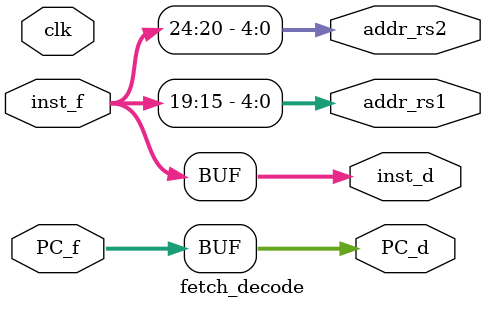
<source format=v>
module fetch_decode(
    input clk,
    input [31:0] inst_f,
    input [31:0] PC_f,

    output [31:0] PC_d,
    output [31:0] inst_d,
    output [4:0]addr_rs1,
    output [4:0]addr_rs2
);
    //this whole file was... deleted lmao
    //inst_d components
    
    // combinational decoding
    assign addr_rs1 = inst_d[19:15];
    assign addr_rs2 = inst_d[24:20];

    reg [31:0] PC_d;
    reg [31:0] inst_d;

    //change to posedge clk for pipelined
    always@(*) begin
        PC_d <= PC_f;
        inst_d <= inst_f;
    end


    // always@(*) begin
    //     //ROM inst_d decoder
    //     case(opcode)
    //         `LUI: begin
    //             // decode_uType();
    //             PCSel <= 1;//PC
    //             //BrUn <= 0; // X
    //             // ASel <= 1;
    //             // BSel <= 0;
    //             // ALUSel <= `LUIOP;
    //             MemRW <= 0;
    //             RegWE <= 1;
    //             WBSel <= `ALU;
    //         end
    //         `AUIPC: begin
    //             // decode_uType();
    //             PCSel <= 1; //PC+4
    //             //BrUn <= 0; // X
    //             // ASel <= 0;
    //             // BSel <= 0;
    //             // ALUSel <= `ADD;
    //             MemRW <= 0; // read
    //             RegWE <= 1;
    //             WBSel <= `ALU;
    //         end
    //         `JAL: begin 
    //             // decode_jType();
    //             PCSel <= 0; //ALU
    //             //BrUn <= 0; // X
    //             // ASel <= 0;
    //             // BSel <= 0;
    //             // ALUSel <= `JADD;
    //             MemRW <= 0; // read
    //             RegWE <= 1;
    //             WBSel <= `PC_NEXT;
    //         end
    //         `JALR: begin
    //             if (funct3 == 3'b000) begin
    //                 // decode_iType();
    //                 PCSel <= 0; //ALU
    //                 //BrUn <= 0; // X
    //                 // ASel <= 1;
    //                 // BSel <= 0;
    //                 // ALUSel <= `JADD;
    //                 MemRW <= 0; // read
    //                 RegWE <= 1;
    //                 WBSel <= `PC_NEXT;
                    
    //                 end
    //             else $display("Detected Unknown funct3: %0b of Type JALR at PC=%x", funct3, PC);
    //         end
    //         `BCC: begin // BRANCHES
    //             // decode_bType();
    //             // ASel <= 0;
    //             // BSel <= 0;
    //             // ALUSel <= `ADD;
    //             MemRW <= 0; // read
    //             RegWE <= 0;
    //             WBSel <= 0; // X
    //             case(funct3)
    //                 3'b000: begin // BEQ
    //                     // it may be adviseable to place //BrUn sets in their own logic block triggered on inst_d, then set this always block to trigger on //BrUn (or something that will switch)
    //                     //BrUn <= 0; // X
    //                     if(BrEq) PCSel <= 0; // ALU
    //                     else PCSel <= 1; // PC + 4
    //                 end
    //                 3'b001:  begin// BNE
    //                     //BrUn <= 0; // signed
    //                     if(BrEq) PCSel <= 1; // ALU
    //                     else  PCSel <= 0;
    //                  end
    //                 3'b100: begin // BLT
    //                     //BrUn <= 0; // signed
    //                     if(BrLt) PCSel <= 0; // PC+4
    //                     else PCSel <= 1;  //ALU
    //                 end
    //                 3'b101: begin // BGE
    //                     //BrUn <= 0; // signed
    //                     if(BrLt) PCSel <= 1; // PC+4
    //                     else PCSel <= 0;  //ALU
    //                 end
    //                 3'b110: begin // BLTU
    //                     //BrUn <= 1; // unsigned
    //                     if(BrLt) PCSel <= 0; // ALU
    //                     else PCSel <= 1; // PC + 4
    //                 end
    //                 3'b111: begin// BGEU
    //                     //BrUn <= 1; // unsigned
    //                     if(BrLt) PCSel <= 1; // PC+4
    //                     else PCSel <= 0;  //ALU
    //                 end  
    //                 default: $display("Error in the BCC Decode");
    //             endcase          
    //         end
            
    //         `LCC: begin // LOADS ---- Might need specific signal to tell memory how much to write
    //             decode_iType();
    //             // ctl signals are the same throughout
    //             PCSel <= 1; //PC + 4
    //             //BrUn <= 0; // X
    //             ASel <= 1;
    //             BSel <= 0;
    //             ALUSel <= `ADD;
    //             MemRW <= 0; // read
    //             RegWE <= 1;
    //             WBSel <= `MEM;
    //             // these need to create like a data width signal or smth, and a signed enable for memory to return the right shtuff (Next PD)
    //             case(funct3)
    //                 3'b000: begin // LB
    //                     access_size <= `BYTE;
    //                     RdUn <= 1'b0;
    //                 end
    //                 3'b001:begin // LH
    //                     access_size <=`HALFWORD;
    //                     RdUn <= 1'b0;
    //                 end
    //                 3'b010:begin // LW
    //                     access_size <=`WORD;
    //                     RdUn <= 1'b0;
    //                 end
    //                 3'b100:begin // LBU
    //                     access_size <= `BYTE;
    //                     RdUn <= 1'b1;
    //                 end
    //                 3'b101:begin // LHU
    //                     access_size <= `HALFWORD;
    //                     RdUn <= 1'b1;
    //                 end
    //                 default: $display("Error in the LCC Decode");
    //             endcase
    //         end
                
    //         `SCC: begin // STORES
    //             decode_sType();
    //             PCSel <= 1; //PC + 4
    //             //BrUn <= 0; // X
    //             ASel <= 1;
    //             BSel <= 0;
    //             ALUSel <= `ADD;
    //             MemRW <= 1; // write
    //             RegWE <= 0;
    //             WBSel <= `MEM;
    //             // these need to create like a data width signal or smth, and a signed enable for memory to return the right shtuff (Next PD)

    //             case(funct3)
    //                 3'b000: access_size <= `BYTE; //SB
    //                 3'b001: access_size <= `HALFWORD; //SH
    //                 3'b010: access_size <=`WORD; //SW
    //                 default: $display("Error in the SCC Decode");
    //             endcase
    //         end

    //         //we will always want to sign extend in MCC opcodes
    //         `MCC: begin
    //             decode_iType();
    //             PCSel <= 1; //PC + 4
    //             //BrUn <= 0; // X
    //             ASel <= 1;
    //             BSel <= 0; // imm
    //             MemRW <= 0; // READ
    //             RegWE <= 1;
    //             WBSel <= `ALU;

    //             case(funct3)
    //                 //I-Type cases
    //                 3'b000: begin // ADDI
                        
    //                     ALUSel <= `ADD;
    //                 end
    //                 3'b010: begin //SLTI
                        
    //                     ALUSel <= `SLT;
    //                 end
                     
    //                 3'b011: begin //SLTIU
    //                     // decode_iTypeUnsigned();
                        
    //                     ALUSel <= `SLTU;
    //                 end
    //                 3'b100: begin //XORI
                       
    //                     ALUSel <= `XOR;
    //                 end
    //                 3'b110: begin //ORI
                        
    //                     ALUSel <= `OR;
    //                 end
    //                 3'b111: begin //ANDI
                        
    //                     ALUSel <= `AND;
    //                 end
    //                 //R-Type cases
    //                 3'b001: begin // SLLI
                        
    //                     ALUSel <= `SLL;
    //                 end
    //                 3'b101: begin //SRLI/SRAI
    //                     if(funct7==7'b0000000) ALUSel <= `SRL; //SRLI
    //                     else if(funct7==7'b0100000) ALUSel <= `SRA; //SRAI
    //                     else $display("funct7 is malformed");
    //                 end
    //                 default: $display("Unknown MCC opcode: %b", opcode);
    //             endcase
                
    //         end
    //         `RCC: begin
    //             PCSel <= 1; //PC + 4
    //             //BrUn <= 0; // X
    //             ASel <= 1;
    //             BSel <= 1;
    //             MemRW <= 0; // read
    //             RegWE <= 1;
    //             WBSel <= `ALU;
    //             case(funct3)
    //                 3'b000: begin
    //                     if(funct7==7'b0000000) ALUSel <= `ADD;
    //                     else if(funct7==7'b0100000) ALUSel <= `SUB;
    //                 end
    //                 3'b001: begin // SLL
    //                     ALUSel <= `SLL;
    //                 end
    //                 3'b010: begin // SLT
    //                     ALUSel <= `SLT;
    //                 end
    //                 3'b011: begin // SLTU
    //                     ALUSel <= `SLTU;
    //                 end 
    //                 3'b100: begin // XOR
    //                     ALUSel <= `XOR;
    //                 end
    //                 3'b101: begin // SRL & SRA
                        
    //                     if(funct7 == 7'b0000000) ALUSel <= `SRL;
    //                     else if(funct7 == 7'b0100000) ALUSel <= `SRA;
    //                 end
    //                 3'b110: begin // OR
    //                     ALUSel <= `OR;
    //                 end
    //                 3'b111: begin // AND
    //                     ALUSel <= `AND;
    //                 end
    //                 default: $display("Error in RCC decode");
    //             endcase

    //         end
    //         `FCC: begin 
    //             //$write("Detected a FCC opcode, these are not implemented\n"); 
    //             PCSel <= 1; //PC + 4
    //             //BrUn <= 0; // X
    //             ASel <= 1;
    //             BSel <= 1;
    //             MemRW <= 0; // read
    //             RegWE <= 0;
    //             WBSel <= `ALU;
    //         end
    //         `CCC: begin
    //             if(inst_d[31:7] != 25'd0) begin 
                    
    //             $display("Looks like ECALL but the bits are wrong: %b", inst_d);
                    
    //             end
               
                

    //         end
    //         // default: $display("malformed/unimplemented opcode (%0b) encountered at %8x ", opcode, PC);
    //         default: $write("");
    //     endcase
        
        

    // end

    // inst_d immediate decoder tasks by Type

 

    //R-type requires no immediates decoding so we can just use assigns, but we must assert the enables
    // task decode_rType;
    //     begin
    //         imm[31:12] <= {20{inst_d[31]}};
            
    //         imm[11:0] <= inst_d[32:20];
    //     end
    // endtask
    // // task decode_rType;
    // //     begin
    // //         imm[31:5] <= {27{inst_d[31]}};
    // //         imm[4:0] <= inst_d[24:20];
    // //     end
    // // endtask
    // //12 bit immediate field
    // task decode_iType;
    //     begin
    //         imm[31:12] <= {20{inst_d[31]}};
    //         imm[11:0] <= inst_d[31:20];
    //     end
    // endtask
    // //another 12 bit immediate field but split by the rd1 field
    // task decode_sType;
    //     begin
    //         imm[31:12] <= {20{inst_d[31]}};
    //         imm[11:5] <= inst_d[31:25];
    //         imm[4:0] <= inst_d[11:7];
    //     end
    // endtask

    // //13 bit immediate field
    // task decode_bType;
    //     begin
    //         imm[0] <= 1'b0;
    //         imm[31:13] <= {19{inst_d[31]}};
    //         imm[12] <= inst_d[31];
    //         imm[11] <= inst_d[7];
    //         imm[10:5] <= inst_d[30:25];
    //         imm[4:1] <= inst_d[11:8];
    //     end
    // endtask

    // task decode_uType;
    //     begin
    //         imm[31:12] <= inst_d[31:12];
    //         imm[11:0] <= 12'd0;
    //     end
    // endtask

    // task decode_jType;
    //     begin
    //         imm[31:21] <= {11{inst_d[31]}};
    //         imm[19:12] <= inst_d[19:12];
    //         imm[11] <= inst_d[20];
    //         imm[10:1] <= inst_d[30:21];
    //         imm[20] <= inst_d[31];
    //     end
    // endtask



// // for debugging
// always@(inst_d) begin
//         //opcode determines inst_d format, except for MCC types instructions (SLLI, SRLI, and SRAI are different than the other MCC instructions)
//         //$write("Current inst_d components: opcode=%7b, func3=%3b, func7=%7b, addr_rd=x%0d, addr_rs1=x%0d, addr_rs2=x%0d, imm=%0d\n", opcode, funct3, funct7, addr_rd, addr_rs1, addr_rs2,imm);
       
//         $write("%x:  \t%8x    \t", PC, inst_d);
//         case(opcode) //output the inst_d contents to the console in simulation
//             `LUI: begin
//             // 7'b0110111: begin
//                 $display("LUI    x%0d, 0x%0x", addr_rd, imm);
//             end
//             `AUIPC: begin
//                 $display("AUIPC  x%0d, 0x%0x", addr_rd, imm);
//             end
//             `JAL: begin
                
//                 $display("JAL    x%0d, %0x", addr_rd, PC+imm);
//             end
//             `JALR: begin
//                 if (funct3 == 3'b000) begin
//                     $display("JALR   x%0d, %0d(x%0d)", addr_rd, imm,addr_rs1);
//                 end
//                 else $display("Unknown function:%0b of Type JALR");
//             end
//             `BCC: begin
//                 case(funct3)
//                     3'b000: $display("BEQ    x%0d, x%0d, %0x", addr_rs1, addr_rs2, PC+imm);
//                     3'b001: $display("BNE    x%0d, x%0d, %0x", addr_rs1, addr_rs2, PC+imm);
//                     3'b100: $display("BLT    x%0d, x%0d, %0x", addr_rs1, addr_rs2, PC+imm);
//                     3'b101: $display("BGE    x%0d, x%0d, %0x", addr_rs1, addr_rs2, PC+imm);
//                     3'b110: $display("BLTU   x%0d, x%0d, %0x", addr_rs1, addr_rs2, PC+imm);
//                     3'b111: $display("BGEU    x%0d, x%0d, %0x", addr_rs1, addr_rs2,PC+imm);
//                     default: $display("Unknown BCC Type: %0b", funct3);
//                 endcase
//             end
//             `LCC: begin
//                 case(funct3)
//                     3'b000: $display("LB     %0d(x%0d)", addr_rd, imm, addr_rs1);
//                     3'b001: $display("LH     x%0d, %0d(x%0d)", addr_rd, imm, addr_rs1);
//                     3'b010: $display("LW     x%0d, %0d(x%0d)", addr_rd, imm, addr_rs1);
//                     3'b100: $display("LBU    x%0d, %0d(x%0d)", addr_rd, imm, addr_rs1);
//                     3'b101: $display("LHU    x%0d, %0d(x%0d)", addr_rd, imm, addr_rs1);
//                     default: $display("Unknown LCC Type: %0b", funct3);
//                 endcase
//             end
//             `SCC: begin
//                 case(funct3)
//                     3'b000: $display("SB     x%0d, %0d(x%0d)", addr_rs2, imm, addr_rs1);
//                     3'b001: $display("SH     x%0d, %0d(x%0d)", addr_rs2, imm, addr_rs1);
//                     3'b010: $display("SW     x%0d, %0d(x%0d)", addr_rs2, imm, addr_rs1);
//                     default: $display("Unknown SCC Type: %0b", funct3);
//                 endcase
//             end
//             //we will always want to sign extend in MCC opcodes
//             `MCC: begin
//                 case(funct3)
//                     //I-Type cases
//                     3'b000: $display("ADDI   x%0d, x%0d, %0d", addr_rd, addr_rs1, imm);
//                     3'b010: $display("SLTI   x%0d, x%0d, %0d", addr_rd, addr_rs1, imm);
//                     3'b011: $display("SLTIU  x%0d, x%0d, %0d", addr_rd, addr_rs1, imm);
//                     3'b100: $display("XORI   x%0d, x%0d, %0d", addr_rd, addr_rs1, imm);
//                     3'b110: $display("ORI    x%0d, x%0d, %0d", addr_rd, addr_rs1, imm);
//                     3'b111: $display("ANDI   x%0d, x%0d, %0d", addr_rd, addr_rs1, imm);
//                     //R-Type cases
//                     3'b001: $display("SLLI   x%0d, x%0d, 0x%0x", addr_rd, addr_rs1, addr_rs2);
//                     3'b101: begin
//                         case(funct7)
//                             7'b0000000: $display("SRLI     x%0d,, %0d ,%0d)", addr_rd, addr_rs1, addr_rs2);
//                             7'b0100000: $display("SRAI     x%0d, %0d ,x%0d)", addr_rd, addr_rs1, addr_rs2);
//                             default: $display("Unknown MCC shift variant (%b) under funt3=101", funct7); 
//                         endcase
//                     end
//                     default: $display("Unknown MCC opcode: %b", opcode);
//                 endcase
                
//             end
//             `RCC: begin
//                 case(funct3)
//                     3'b000:begin
//                         case(funct7)
//                             7'b0000000: $display("ADD    x%0d, x%0d, x%0d", addr_rd, addr_rs1, addr_rs2);
//                             7'b0100000: $display("SUB    x%0d, x%0d, x%0d", addr_rd, addr_rs1, addr_rs2);
//                             default: $display("Unknown RCC shift variant (%b) under funt3=000", funct7); 
//                         endcase
//                     end
//                     3'b001: $display("SLL    x%0d, x%0d, x%0d", addr_rd, addr_rs1, addr_rs2);
//                     3'b010: $display("SLT    x%0d, x%0d, x%0d", addr_rd, addr_rs1, addr_rs2);
//                     3'b011: $display("SLTU   x%0d, x%0d, x%0d", addr_rd, addr_rs1, addr_rs2);
//                     3'b100: $display("XOR    x%0d, x%0d, x%0d", addr_rd, addr_rs1, addr_rs2);
//                     3'b101:begin
//                         case(funct7)
//                             7'b0000000: $display("SRL     x%0d,, %0d ,%0d)", addr_rd, addr_rs1, addr_rs2);
//                             7'b0100000: $display("SRA     x%0d, %0d ,%0d)", addr_rd, addr_rs1, addr_rs2);
//                             default: $display("Unknown RCC shift variant (%b) under funct3=101", funct7); 
//                         endcase
//                     end
//                     3'b110: $display("OR     x%0d, x%0d, x%0d", addr_rd, addr_rs1, addr_rs2);
//                     3'b111: $display("AND    x%0d, x%0d, x%0d", addr_rd, addr_rs1, addr_rs2);
//                 endcase
//             end
//             `FCC: begin
//                 $display("NOP (fence)");
//                 //$display("Detected a Fence opcode, these are not implemented so treating as a NOP");
//             end
//             `CCC: begin
//                 //$write("Detected a CCC opcode\n");
//                 if(inst_d[31:7] == 25'd0) begin $display("ECALL  "); end
//                 else $display("Looks an ECALL but doesn't match what I expected: %b", inst_d);

//             end
//             default: begin $display(" error"); end


//         endcase


//     end



endmodule
</source>
